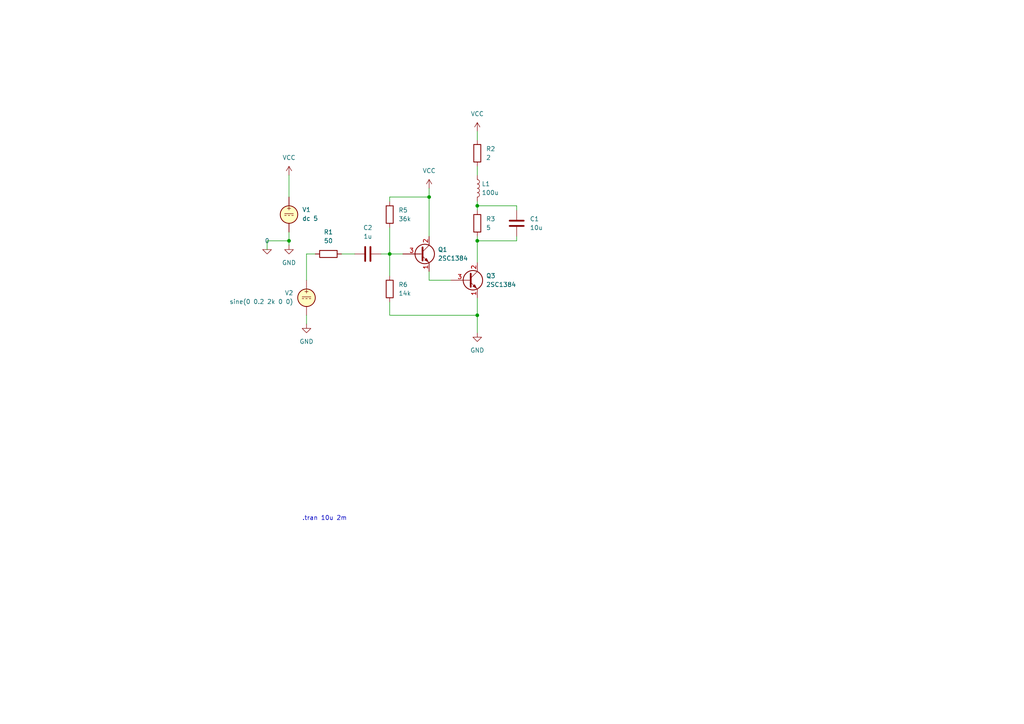
<source format=kicad_sch>
(kicad_sch (version 20230121) (generator eeschema)
  (paper "A4")
  (lib_symbols
    (symbol "Device:C" (pin_numbers hide) (pin_names (offset 0.254))
      (property "Reference" "C" (at 0.635 2.54 0))
      (property "Value" "C" (at 0.635 -2.54 0))
      (symbol "C_0_1"
        (polyline (pts (xy -2.032 -0.762) (xy 2.032 -0.762)) (stroke (width 0.508)))
        (polyline (pts (xy -2.032 0.762) (xy 2.032 0.762)) (stroke (width 0.508)))
      )
      (symbol "C_1_1"
        (pin passive line (at 0 3.81 270) (length 2.794) (name "~") (number "1"))
        (pin passive line (at 0 -3.81 90) (length 2.794) (name "~") (number "2"))
      )
    )
    (symbol "Device:L" (pin_numbers hide) (pin_names (offset 1.016) hide)
      (property "Reference" "L" (at -1.27 0 90))
      (property "Value" "L" (at 1.905 0 90))
      (symbol "L_0_1"
        (arc (start 0 -2.54) (mid 0.6323 -1.905) (end 0 -1.27))
        (arc (start 0 -1.27) (mid 0.6323 -0.635) (end 0 0))
        (arc (start 0 0) (mid 0.6323 0.635) (end 0 1.27))
        (arc (start 0 1.27) (mid 0.6323 1.905) (end 0 2.54))
      )
      (symbol "L_1_1"
        (pin passive line (at 0 3.81 270) (length 1.27) (name "1") (number "1"))
        (pin passive line (at 0 -3.81 90) (length 1.27) (name "2") (number "2"))
      )
    )
    (symbol "Device:R" (pin_numbers hide) (pin_names (offset 0))
      (property "Reference" "R" (at 2.032 0 90))
      (property "Value" "R" (at 0 0 90))
      (symbol "R_0_1"
        (rectangle (start -1.016 -2.54) (end 1.016 2.54) (stroke (width 0.254)))
      )
      (symbol "R_1_1"
        (pin passive line (at 0 3.81 270) (length 1.27) (name "~") (number "1"))
        (pin passive line (at 0 -3.81 90) (length 1.27) (name "~") (number "2"))
      )
    )
    (symbol "Simulation_SPICE:0" (power) (pin_names (offset 0))
      (property "Value" "0" (at 0 -1.778 0))
      (symbol "0_0_1"
        (polyline (pts (xy -1.27 0) (xy 0 -1.27) (xy 1.27 0) (xy -1.27 0)))
      )
      (symbol "0_1_1"
        (pin power_in line (at 0 0 0) (length 0) hide (name "0") (number "1"))
      )
    )
    (symbol "Simulation_SPICE:VDC" (pin_numbers hide) (pin_names (offset 0.0254))
      (property "Reference" "V" (at 2.54 2.54 0))
      (property "Value" "1" (at 2.54 0 0))
      (symbol "VDC_0_0"
        (polyline (pts (xy -1.27 0.254) (xy 1.27 0.254)))
        (polyline (pts (xy -0.762 -0.254) (xy -1.27 -0.254)))
        (polyline (pts (xy 0.254 -0.254) (xy -0.254 -0.254)))
        (polyline (pts (xy 1.27 -0.254) (xy 0.762 -0.254)))
        (text "+" (at 0 1.905 0) (effects (font (size 1.27 1.27))))
      )
      (symbol "VDC_0_1"
        (circle (center 0 0) (radius 2.54) (stroke (width 0.254)) (fill (type background)))
      )
      (symbol "VDC_1_1"
        (pin passive line (at 0 5.08 270) (length 2.54) (name "~") (number "1"))
        (pin passive line (at 0 -5.08 90) (length 2.54) (name "~") (number "2"))
      )
    )
    (symbol "Transistor_BJT:2SC1815" (pin_names (offset 0) hide)
      (property "Reference" "Q" (at 5.08 1.905 0))
      (property "Value" "2SC1815" (at 5.08 0 0))
      (symbol "2SC1815_0_1"
        (polyline (pts (xy 0 0) (xy 0.508 0)))
        (polyline (pts (xy 0.635 0.635) (xy 2.54 2.54)))
        (polyline (pts (xy 0.635 -0.635) (xy 2.54 -2.54) (xy 2.54 -2.54)))
        (polyline (pts (xy 0.635 1.905) (xy 0.635 -1.905) (xy 0.635 -1.905)) (stroke (width 0.508)))
        (polyline (pts (xy 1.27 -1.778) (xy 1.778 -1.27) (xy 2.286 -2.286) (xy 1.27 -1.778) (xy 1.27 -1.778)) (fill (type outline)))
        (circle (center 1.27 0) (radius 2.8194) (stroke (width 0.254)))
      )
      (symbol "2SC1815_1_1"
        (pin passive line (at 2.54 -5.08 90) (length 2.54) (name "E") (number "1"))
        (pin passive line (at 2.54 5.08 270) (length 2.54) (name "C") (number "2"))
        (pin input line (at -5.08 0 0) (length 5.08) (name "B") (number "3"))
      )
    )
    (symbol "power:GND" (power) (pin_names (offset 0))
      (property "Value" "GND" (at 0 -3.81 0))
      (symbol "GND_0_1"
        (polyline (pts (xy 0 0) (xy 0 -1.27) (xy 1.27 -1.27) (xy 0 -2.54) (xy -1.27 -1.27) (xy 0 -1.27)))
      )
      (symbol "GND_1_1"
        (pin power_in line (at 0 0 270) (length 0) hide (name "GND") (number "1"))
      )
    )
    (symbol "power:VCC" (power) (pin_names (offset 0))
      (property "Value" "VCC" (at 0 3.81 0))
      (symbol "VCC_0_1"
        (polyline (pts (xy -0.762 1.27) (xy 0 2.54)))
        (polyline (pts (xy 0 0) (xy 0 2.54)))
        (polyline (pts (xy 0 2.54) (xy 0.762 1.27)))
      )
      (symbol "VCC_1_1"
        (pin power_in line (at 0 0 90) (length 0) hide (name "VCC") (number "1"))
      )
    )
  )
  (junction (at 138.43 59.69))
  (junction (at 138.43 91.44))
  (junction (at 138.43 69.85))
  (junction (at 124.46 57.15))
  (junction (at 113.03 73.66))
  (junction (at 83.82 69.85))
  (wire (pts (xy 138.43 91.44) (xy 138.43 96.52)))
  (wire (pts (xy 83.82 69.85) (xy 83.82 67.31)))
  (wire (pts (xy 113.03 66.04) (xy 113.03 73.66)))
  (wire (pts (xy 83.82 50.8) (xy 83.82 57.15)))
  (wire (pts (xy 113.03 73.66) (xy 113.03 80.01)))
  (wire (pts (xy 113.03 57.15) (xy 124.46 57.15)))
  (wire (pts (xy 149.86 69.85) (xy 138.43 69.85)))
  (wire (pts (xy 124.46 78.74) (xy 124.46 81.28)))
  (wire (pts (xy 138.43 48.26) (xy 138.43 50.8)))
  (wire (pts (xy 77.47 69.85) (xy 83.82 69.85)))
  (wire (pts (xy 88.9 91.44) (xy 88.9 93.98)))
  (wire (pts (xy 149.86 59.69) (xy 138.43 59.69)))
  (wire (pts (xy 138.43 58.42) (xy 138.43 59.69)))
  (wire (pts (xy 110.49 73.66) (xy 113.03 73.66)))
  (wire (pts (xy 138.43 59.69) (xy 138.43 60.96)))
  (wire (pts (xy 138.43 69.85) (xy 138.43 76.2)))
  (wire (pts (xy 124.46 54.61) (xy 124.46 57.15)))
  (wire (pts (xy 149.86 68.58) (xy 149.86 69.85)))
  (wire (pts (xy 124.46 81.28) (xy 130.81 81.28)))
  (wire (pts (xy 138.43 86.36) (xy 138.43 91.44)))
  (wire (pts (xy 138.43 38.1) (xy 138.43 40.64)))
  (wire (pts (xy 149.86 60.96) (xy 149.86 59.69)))
  (wire (pts (xy 88.9 73.66) (xy 91.44 73.66)))
  (wire (pts (xy 113.03 87.63) (xy 113.03 91.44)))
  (wire (pts (xy 77.47 72.39) (xy 77.47 69.85)))
  (wire (pts (xy 124.46 57.15) (xy 124.46 68.58)))
  (wire (pts (xy 113.03 58.42) (xy 113.03 57.15)))
  (wire (pts (xy 99.06 73.66) (xy 102.87 73.66)))
  (wire (pts (xy 83.82 71.12) (xy 83.82 69.85)))
  (wire (pts (xy 138.43 68.58) (xy 138.43 69.85)))
  (wire (pts (xy 88.9 73.66) (xy 88.9 81.28)))
  (wire (pts (xy 113.03 91.44) (xy 138.43 91.44)))
  (wire (pts (xy 113.03 73.66) (xy 116.84 73.66)))
  (text ".tran 10u 2m" (at 87.63 151.13 0) (effects (font (size 1.27 1.27)) (justify left bottom)))
  (symbol (lib_id "power:VCC") (at 138.43 38.1 0) (unit 1)
    (property "Reference" "#PWR06" (effects hide))
    (property "Value" "VCC" (at 138.43 33.02 0))
  )
  (symbol (lib_id "power:GND") (at 138.43 96.52 0) (unit 1)
    (property "Reference" "#PWR08" (effects hide))
    (property "Value" "GND" (at 138.43 101.6 0))
  )
  (symbol (lib_id "Simulation_SPICE:VDC") (at 88.9 86.36 0) (mirror y) (unit 1)
    (property "Reference" "V2" (at 85.09 84.9602 0) (effects (justify left)))
    (property "Value" "sine(0 0.2 2k 0 0)" (at 85.09 87.5002 0) (effects (justify left)))
    (property "Sim.Pins" "1=+ 2=-" (effects hide))
    (property "Sim.Type" "DC" (effects hide))
    (property "Sim.Device" "V" (effects hide))
  )
  (symbol (lib_id "Simulation_SPICE:VDC") (at 83.82 62.23 0) (unit 1)
    (property "Reference" "V1" (at 87.63 60.8302 0) (effects (justify left)))
    (property "Value" "dc 5" (at 87.63 63.3702 0) (effects (justify left)))
    (property "Sim.Pins" "1=+ 2=-" (effects hide))
    (property "Sim.Type" "DC" (effects hide))
    (property "Sim.Device" "V" (effects hide))
  )
  (symbol (lib_id "power:GND") (at 83.82 71.12 0) (unit 1)
    (property "Reference" "#PWR01" (effects hide))
    (property "Value" "GND" (at 83.82 76.2 0))
  )
  (symbol (lib_id "Device:R") (at 138.43 64.77 0) (unit 1)
    (property "Reference" "R3" (at 140.97 63.5 0) (effects (justify left)))
    (property "Value" "5" (at 140.97 66.04 0) (effects (justify left)))
  )
  (symbol (lib_id "Device:R") (at 138.43 44.45 0) (unit 1)
    (property "Reference" "R2" (at 140.97 43.18 0) (effects (justify left)))
    (property "Value" "2" (at 140.97 45.72 0) (effects (justify left)))
  )
  (symbol (lib_id "power:GND") (at 88.9 93.98 0) (unit 1)
    (property "Reference" "#PWR03" (effects hide))
    (property "Value" "GND" (at 88.9 99.06 0))
  )
  (symbol (lib_id "Device:L") (at 138.43 54.61 0) (unit 1)
    (property "Reference" "L1" (at 139.7 53.34 0) (effects (justify left)))
    (property "Value" "100u" (at 139.7 55.88 0) (effects (justify left)))
  )
  (symbol (lib_id "Device:C") (at 106.68 73.66 90) (unit 1)
    (property "Reference" "C2" (at 106.68 66.04 90))
    (property "Value" "1u" (at 106.68 68.58 90))
  )
  (symbol (lib_id "power:VCC") (at 83.82 50.8 0) (unit 1)
    (property "Reference" "#PWR02" (effects hide))
    (property "Value" "VCC" (at 83.82 45.72 0))
  )
  (symbol (lib_id "Device:C") (at 149.86 64.77 0) (unit 1)
    (property "Reference" "C1" (at 153.67 63.5 0) (effects (justify left)))
    (property "Value" "10u" (at 153.67 66.04 0) (effects (justify left)))
  )
  (symbol (lib_id "Device:R") (at 113.03 83.82 180) (unit 1)
    (property "Reference" "R6" (at 115.57 82.55 0) (effects (justify right)))
    (property "Value" "14k" (at 115.57 85.09 0) (effects (justify right)))
  )
  (symbol (lib_id "power:VCC") (at 124.46 54.61 0) (unit 1)
    (property "Reference" "#PWR04" (effects hide))
    (property "Value" "VCC" (at 124.46 49.53 0))
  )
  (symbol (lib_id "Simulation_SPICE:0") (at 77.47 72.39 0) (unit 1)
    (property "Reference" "#GND01" (effects hide))
    (property "Value" "0" (at 77.47 69.85 0))
  )
  (symbol (lib_id "Device:R") (at 95.25 73.66 90) (unit 1)
    (property "Reference" "R1" (at 95.25 67.31 90))
    (property "Value" "50" (at 95.25 69.85 90))
  )
  (symbol (lib_id "Device:R") (at 113.03 62.23 180) (unit 1)
    (property "Reference" "R5" (at 115.57 60.96 0) (effects (justify right)))
    (property "Value" "36k" (at 115.57 63.5 0) (effects (justify right)))
  )
  (symbol (lib_id "Transistor_BJT:2SC1815") (at 121.92 73.66 0) (unit 1)
    (property "Reference" "Q1" (at 127 72.39 0) (effects (justify left)))
    (property "Value" "2SC1384" (at 127 74.93 0) (effects (justify left)))
    (property "Footprint" "Package_TO_SOT_THT:TO-92_Inline" (effects hide))
    (property "Sim.Library" "2SC1384.txt" (effects hide))
    (property "Sim.Name" "2SC1384" (effects hide))
    (property "Sim.Device" "NPN" (effects hide))
    (property "Sim.Type" "GUMMELPOON" (effects hide))
    (property "Sim.Pins" "1=E 2=C 3=B" (effects hide))
  )
  (symbol (lib_id "Transistor_BJT:2SC1815") (at 135.89 81.28 0) (unit 1)
    (property "Reference" "Q3" (at 140.97 80.01 0) (effects (justify left)))
    (property "Value" "2SC1384" (at 140.97 82.55 0) (effects (justify left)))
    (property "Footprint" "Package_TO_SOT_THT:TO-92_Inline" (effects hide))
    (property "Sim.Library" "2SC1384.txt" (effects hide))
    (property "Sim.Name" "2SC1384" (effects hide))
    (property "Sim.Device" "NPN" (effects hide))
    (property "Sim.Type" "GUMMELPOON" (effects hide))
    (property "Sim.Pins" "1=E 2=C 3=B" (effects hide))
  )
)
</source>
